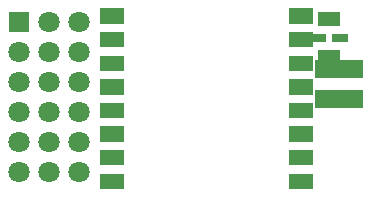
<source format=gbs>
G04 DipTrace Beta 2.3.5.2*
%IN4chRemix.GBS*%
%MOIN*%
%ADD32R,0.16X0.06*%
%ADD44C,0.0709*%
%ADD46R,0.0709X0.0709*%
%ADD52R,0.053X0.028*%
%ADD54R,0.075X0.045*%
%FSLAX44Y44*%
G04*
G70*
G90*
G75*
G01*
%LNBotMask*%
%LPD*%
D32*
X11400Y3230D3*
Y4230D3*
D54*
X11062Y4625D3*
Y5905D3*
D52*
X11433Y5265D3*
X10692D3*
G36*
X10519Y5744D2*
Y6256D1*
X9731D1*
Y5744D1*
X10519D1*
G37*
G36*
Y4957D2*
Y5469D1*
X9731D1*
Y4957D1*
X10519D1*
G37*
G36*
Y4169D2*
Y4681D1*
X9731D1*
Y4169D1*
X10519D1*
G37*
G36*
Y3382D2*
Y3894D1*
X9731D1*
Y3382D1*
X10519D1*
G37*
G36*
Y2594D2*
Y3106D1*
X9731D1*
Y2594D1*
X10519D1*
G37*
G36*
Y1807D2*
Y2319D1*
X9731D1*
Y1807D1*
X10519D1*
G37*
G36*
Y1020D2*
Y1531D1*
X9731D1*
Y1020D1*
X10519D1*
G37*
G36*
Y232D2*
Y744D1*
X9731D1*
Y232D1*
X10519D1*
G37*
G36*
X4219D2*
Y744D1*
X3432D1*
Y232D1*
X4219D1*
G37*
G36*
Y1020D2*
Y1531D1*
X3432D1*
Y1020D1*
X4219D1*
G37*
G36*
Y1807D2*
Y2319D1*
X3432D1*
Y1807D1*
X4219D1*
G37*
G36*
Y2594D2*
Y3106D1*
X3432D1*
Y2594D1*
X4219D1*
G37*
G36*
Y3382D2*
Y3894D1*
X3432D1*
Y3382D1*
X4219D1*
G37*
G36*
Y4169D2*
Y4681D1*
X3432D1*
Y4169D1*
X4219D1*
G37*
G36*
Y4957D2*
Y5469D1*
X3432D1*
Y4957D1*
X4219D1*
G37*
G36*
Y5744D2*
Y6256D1*
X3432D1*
Y5744D1*
X4219D1*
G37*
D46*
X750Y5801D3*
D44*
X1750D3*
X750Y4801D3*
X1750D3*
X750Y3801D3*
X1750D3*
X750Y2801D3*
X1750D3*
X750Y1801D3*
X1750D3*
X750Y801D3*
X1750D3*
X2750Y5801D3*
Y4801D3*
Y3801D3*
Y2801D3*
Y1801D3*
Y801D3*
M02*

</source>
